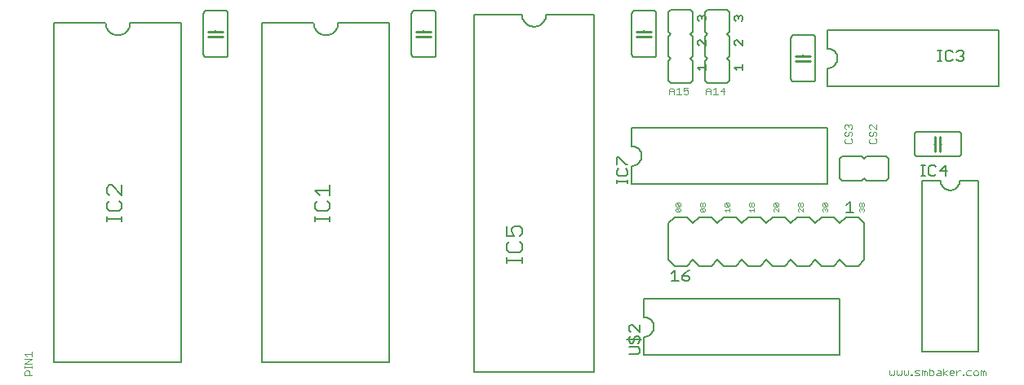
<source format=gto>
G75*
%MOIN*%
%OFA0B0*%
%FSLAX24Y24*%
%IPPOS*%
%LPD*%
%AMOC8*
5,1,8,0,0,1.08239X$1,22.5*
%
%ADD10C,0.0030*%
%ADD11C,0.0020*%
%ADD12C,0.0060*%
%ADD13C,0.0070*%
%ADD14C,0.0050*%
%ADD15C,0.0100*%
D10*
X000375Y002195D02*
X000375Y002340D01*
X000423Y002388D01*
X000520Y002388D01*
X000568Y002340D01*
X000568Y002195D01*
X000665Y002195D02*
X000375Y002195D01*
X000375Y002490D02*
X000375Y002586D01*
X000375Y002538D02*
X000665Y002538D01*
X000665Y002490D02*
X000665Y002586D01*
X000665Y002686D02*
X000375Y002686D01*
X000665Y002880D01*
X000375Y002880D01*
X000472Y002981D02*
X000375Y003077D01*
X000665Y003077D01*
X000665Y002981D02*
X000665Y003174D01*
X026695Y013695D02*
X026695Y013888D01*
X026792Y013985D01*
X026888Y013888D01*
X026888Y013695D01*
X026990Y013695D02*
X027183Y013695D01*
X027086Y013695D02*
X027086Y013985D01*
X026990Y013888D01*
X026888Y013840D02*
X026695Y013840D01*
X027284Y013840D02*
X027284Y013985D01*
X027478Y013985D01*
X027429Y013888D02*
X027478Y013840D01*
X027478Y013743D01*
X027429Y013695D01*
X027333Y013695D01*
X027284Y013743D01*
X027284Y013840D02*
X027381Y013888D01*
X027429Y013888D01*
X028195Y013888D02*
X028195Y013695D01*
X028195Y013840D02*
X028388Y013840D01*
X028388Y013888D02*
X028388Y013695D01*
X028490Y013695D02*
X028683Y013695D01*
X028586Y013695D02*
X028586Y013985D01*
X028490Y013888D01*
X028388Y013888D02*
X028292Y013985D01*
X028195Y013888D01*
X028784Y013840D02*
X028929Y013985D01*
X028929Y013695D01*
X028978Y013840D02*
X028784Y013840D01*
X033875Y012429D02*
X033923Y012478D01*
X033972Y012478D01*
X034020Y012429D01*
X034068Y012478D01*
X034117Y012478D01*
X034165Y012429D01*
X034165Y012333D01*
X034117Y012284D01*
X034117Y012183D02*
X034165Y012135D01*
X034165Y012038D01*
X034117Y011990D01*
X034117Y011888D02*
X034165Y011840D01*
X034165Y011743D01*
X034117Y011695D01*
X033923Y011695D01*
X033875Y011743D01*
X033875Y011840D01*
X033923Y011888D01*
X033923Y011990D02*
X033875Y012038D01*
X033875Y012135D01*
X033923Y012183D01*
X033923Y012284D02*
X033875Y012333D01*
X033875Y012429D01*
X034020Y012429D02*
X034020Y012381D01*
X034068Y012183D02*
X034117Y012183D01*
X034068Y012183D02*
X034020Y012135D01*
X034020Y012038D01*
X033972Y011990D01*
X033923Y011990D01*
X034875Y012038D02*
X034923Y011990D01*
X034972Y011990D01*
X035020Y012038D01*
X035020Y012135D01*
X035068Y012183D01*
X035117Y012183D01*
X035165Y012135D01*
X035165Y012038D01*
X035117Y011990D01*
X035117Y011888D02*
X035165Y011840D01*
X035165Y011743D01*
X035117Y011695D01*
X034923Y011695D01*
X034875Y011743D01*
X034875Y011840D01*
X034923Y011888D01*
X034875Y012038D02*
X034875Y012135D01*
X034923Y012183D01*
X034923Y012284D02*
X034875Y012333D01*
X034875Y012429D01*
X034923Y012478D01*
X034972Y012478D01*
X035165Y012284D01*
X035165Y012478D01*
X035695Y002388D02*
X035695Y002243D01*
X035743Y002195D01*
X035792Y002243D01*
X035840Y002195D01*
X035888Y002243D01*
X035888Y002388D01*
X035990Y002388D02*
X035990Y002243D01*
X036038Y002195D01*
X036086Y002243D01*
X036135Y002195D01*
X036183Y002243D01*
X036183Y002388D01*
X036284Y002388D02*
X036284Y002243D01*
X036333Y002195D01*
X036381Y002243D01*
X036429Y002195D01*
X036478Y002243D01*
X036478Y002388D01*
X036579Y002243D02*
X036627Y002243D01*
X036627Y002195D01*
X036579Y002195D01*
X036579Y002243D01*
X036726Y002195D02*
X036871Y002195D01*
X036920Y002243D01*
X036871Y002292D01*
X036775Y002292D01*
X036726Y002340D01*
X036775Y002388D01*
X036920Y002388D01*
X037021Y002388D02*
X037069Y002388D01*
X037118Y002340D01*
X037166Y002388D01*
X037214Y002340D01*
X037214Y002195D01*
X037118Y002195D02*
X037118Y002340D01*
X037021Y002388D02*
X037021Y002195D01*
X037316Y002195D02*
X037316Y002485D01*
X037316Y002388D02*
X037461Y002388D01*
X037509Y002340D01*
X037509Y002243D01*
X037461Y002195D01*
X037316Y002195D01*
X037610Y002243D02*
X037659Y002292D01*
X037804Y002292D01*
X037804Y002340D02*
X037804Y002195D01*
X037659Y002195D01*
X037610Y002243D01*
X037659Y002388D02*
X037755Y002388D01*
X037804Y002340D01*
X037905Y002292D02*
X038050Y002388D01*
X038150Y002340D02*
X038199Y002388D01*
X038296Y002388D01*
X038344Y002340D01*
X038344Y002292D01*
X038150Y002292D01*
X038150Y002340D02*
X038150Y002243D01*
X038199Y002195D01*
X038296Y002195D01*
X038445Y002195D02*
X038445Y002388D01*
X038445Y002292D02*
X038542Y002388D01*
X038590Y002388D01*
X038691Y002243D02*
X038739Y002243D01*
X038739Y002195D01*
X038691Y002195D01*
X038691Y002243D01*
X038838Y002243D02*
X038838Y002340D01*
X038886Y002388D01*
X039031Y002388D01*
X039133Y002340D02*
X039133Y002243D01*
X039181Y002195D01*
X039278Y002195D01*
X039326Y002243D01*
X039326Y002340D01*
X039278Y002388D01*
X039181Y002388D01*
X039133Y002340D01*
X039031Y002195D02*
X038886Y002195D01*
X038838Y002243D01*
X039427Y002195D02*
X039427Y002388D01*
X039476Y002388D01*
X039524Y002340D01*
X039572Y002388D01*
X039621Y002340D01*
X039621Y002195D01*
X039524Y002195D02*
X039524Y002340D01*
X038050Y002195D02*
X037905Y002292D01*
X037905Y002195D02*
X037905Y002485D01*
D11*
X034633Y008890D02*
X034670Y008927D01*
X034670Y009000D01*
X034633Y009037D01*
X034597Y009037D01*
X034560Y009000D01*
X034560Y008963D01*
X034560Y009000D02*
X034523Y009037D01*
X034487Y009037D01*
X034450Y009000D01*
X034450Y008927D01*
X034487Y008890D01*
X034487Y009111D02*
X034523Y009111D01*
X034560Y009148D01*
X034560Y009221D01*
X034597Y009258D01*
X034633Y009258D01*
X034670Y009221D01*
X034670Y009148D01*
X034633Y009111D01*
X034597Y009111D01*
X034560Y009148D01*
X034560Y009221D02*
X034523Y009258D01*
X034487Y009258D01*
X034450Y009221D01*
X034450Y009148D01*
X034487Y009111D01*
X033170Y009148D02*
X033133Y009111D01*
X032987Y009258D01*
X033133Y009258D01*
X033170Y009221D01*
X033170Y009148D01*
X033133Y009111D02*
X032987Y009111D01*
X032950Y009148D01*
X032950Y009221D01*
X032987Y009258D01*
X032987Y009037D02*
X033023Y009037D01*
X033060Y009000D01*
X033097Y009037D01*
X033133Y009037D01*
X033170Y009000D01*
X033170Y008927D01*
X033133Y008890D01*
X033060Y008963D02*
X033060Y009000D01*
X032987Y009037D02*
X032950Y009000D01*
X032950Y008927D01*
X032987Y008890D01*
X032170Y008890D02*
X032023Y009037D01*
X031987Y009037D01*
X031950Y009000D01*
X031950Y008927D01*
X031987Y008890D01*
X032170Y008890D02*
X032170Y009037D01*
X032133Y009111D02*
X032097Y009111D01*
X032060Y009148D01*
X032060Y009221D01*
X032097Y009258D01*
X032133Y009258D01*
X032170Y009221D01*
X032170Y009148D01*
X032133Y009111D01*
X032060Y009148D02*
X032023Y009111D01*
X031987Y009111D01*
X031950Y009148D01*
X031950Y009221D01*
X031987Y009258D01*
X032023Y009258D01*
X032060Y009221D01*
X031170Y009221D02*
X031170Y009148D01*
X031133Y009111D01*
X030987Y009258D01*
X031133Y009258D01*
X031170Y009221D01*
X031133Y009111D02*
X030987Y009111D01*
X030950Y009148D01*
X030950Y009221D01*
X030987Y009258D01*
X030987Y009037D02*
X030950Y009000D01*
X030950Y008927D01*
X030987Y008890D01*
X030987Y009037D02*
X031023Y009037D01*
X031170Y008890D01*
X031170Y009037D01*
X030170Y009037D02*
X030170Y008890D01*
X030170Y008963D02*
X029950Y008963D01*
X030023Y008890D01*
X030023Y009111D02*
X029987Y009111D01*
X029950Y009148D01*
X029950Y009221D01*
X029987Y009258D01*
X030023Y009258D01*
X030060Y009221D01*
X030060Y009148D01*
X030023Y009111D01*
X030060Y009148D02*
X030097Y009111D01*
X030133Y009111D01*
X030170Y009148D01*
X030170Y009221D01*
X030133Y009258D01*
X030097Y009258D01*
X030060Y009221D01*
X029170Y009221D02*
X029170Y009148D01*
X029133Y009111D01*
X028987Y009258D01*
X029133Y009258D01*
X029170Y009221D01*
X029133Y009111D02*
X028987Y009111D01*
X028950Y009148D01*
X028950Y009221D01*
X028987Y009258D01*
X029170Y009037D02*
X029170Y008890D01*
X029170Y008963D02*
X028950Y008963D01*
X029023Y008890D01*
X028170Y008927D02*
X028133Y008890D01*
X027987Y009037D01*
X028133Y009037D01*
X028170Y009000D01*
X028170Y008927D01*
X028133Y008890D02*
X027987Y008890D01*
X027950Y008927D01*
X027950Y009000D01*
X027987Y009037D01*
X027987Y009111D02*
X028023Y009111D01*
X028060Y009148D01*
X028060Y009221D01*
X028097Y009258D01*
X028133Y009258D01*
X028170Y009221D01*
X028170Y009148D01*
X028133Y009111D01*
X028097Y009111D01*
X028060Y009148D01*
X028060Y009221D02*
X028023Y009258D01*
X027987Y009258D01*
X027950Y009221D01*
X027950Y009148D01*
X027987Y009111D01*
X027170Y009148D02*
X027133Y009111D01*
X026987Y009258D01*
X027133Y009258D01*
X027170Y009221D01*
X027170Y009148D01*
X027133Y009111D02*
X026987Y009111D01*
X026950Y009148D01*
X026950Y009221D01*
X026987Y009258D01*
X026987Y009037D02*
X026950Y009000D01*
X026950Y008927D01*
X026987Y008890D01*
X027133Y008890D01*
X026987Y009037D01*
X027133Y009037D01*
X027170Y009000D01*
X027170Y008927D01*
X027133Y008890D01*
D12*
X026930Y008680D02*
X027430Y008680D01*
X027680Y008430D01*
X027930Y008680D01*
X028430Y008680D01*
X028680Y008430D01*
X028930Y008680D01*
X029430Y008680D01*
X029680Y008430D01*
X029930Y008680D01*
X030430Y008680D01*
X030680Y008430D01*
X030930Y008680D01*
X031430Y008680D01*
X031680Y008430D01*
X031930Y008680D01*
X032430Y008680D01*
X032680Y008430D01*
X032930Y008680D01*
X033430Y008680D01*
X033680Y008430D01*
X033930Y008680D01*
X034430Y008680D01*
X034680Y008430D01*
X034680Y006930D01*
X034430Y006680D01*
X033930Y006680D01*
X033680Y006930D01*
X033430Y006680D01*
X032930Y006680D01*
X032680Y006930D01*
X032430Y006680D01*
X031930Y006680D01*
X031680Y006930D01*
X031430Y006680D01*
X030930Y006680D01*
X030680Y006930D01*
X030430Y006680D01*
X029930Y006680D01*
X029680Y006930D01*
X029430Y006680D01*
X028930Y006680D01*
X028680Y006930D01*
X028430Y006680D01*
X027930Y006680D01*
X027680Y006930D01*
X027430Y006680D01*
X026930Y006680D01*
X026680Y006930D01*
X026680Y008430D01*
X026930Y008680D01*
X025180Y010030D02*
X025180Y010780D01*
X025219Y010782D01*
X025258Y010788D01*
X025296Y010797D01*
X025333Y010810D01*
X025369Y010827D01*
X025402Y010847D01*
X025434Y010871D01*
X025463Y010897D01*
X025489Y010926D01*
X025513Y010958D01*
X025533Y010991D01*
X025550Y011027D01*
X025563Y011064D01*
X025572Y011102D01*
X025578Y011141D01*
X025580Y011180D01*
X025578Y011219D01*
X025572Y011258D01*
X025563Y011296D01*
X025550Y011333D01*
X025533Y011369D01*
X025513Y011402D01*
X025489Y011434D01*
X025463Y011463D01*
X025434Y011489D01*
X025402Y011513D01*
X025369Y011533D01*
X025333Y011550D01*
X025296Y011563D01*
X025258Y011572D01*
X025219Y011578D01*
X025180Y011580D01*
X025180Y012330D01*
X033180Y012330D01*
X033180Y010030D01*
X025180Y010030D01*
X033680Y010280D02*
X033780Y010180D01*
X034580Y010180D01*
X034680Y010280D01*
X034780Y010180D01*
X035580Y010180D01*
X035680Y010280D01*
X035680Y011080D01*
X035580Y011180D01*
X034780Y011180D01*
X034680Y011080D01*
X034580Y011180D01*
X033780Y011180D01*
X033680Y011080D01*
X033680Y010280D01*
X036730Y011280D02*
X036730Y012080D01*
X036732Y012097D01*
X036736Y012114D01*
X036743Y012130D01*
X036753Y012144D01*
X036766Y012157D01*
X036780Y012167D01*
X036796Y012174D01*
X036813Y012178D01*
X036830Y012180D01*
X038530Y012180D01*
X038547Y012178D01*
X038564Y012174D01*
X038580Y012167D01*
X038594Y012157D01*
X038607Y012144D01*
X038617Y012130D01*
X038624Y012114D01*
X038628Y012097D01*
X038630Y012080D01*
X038630Y011280D01*
X038628Y011263D01*
X038624Y011246D01*
X038617Y011230D01*
X038607Y011216D01*
X038594Y011203D01*
X038580Y011193D01*
X038564Y011186D01*
X038547Y011182D01*
X038530Y011180D01*
X036830Y011180D01*
X036813Y011182D01*
X036796Y011186D01*
X036780Y011193D01*
X036766Y011203D01*
X036753Y011216D01*
X036743Y011230D01*
X036736Y011246D01*
X036732Y011263D01*
X036730Y011280D01*
X037530Y011680D02*
X037580Y011680D01*
X037780Y011680D02*
X037830Y011680D01*
X037780Y010180D02*
X037030Y010180D01*
X037030Y003180D01*
X039330Y003180D01*
X039330Y010180D01*
X038580Y010180D01*
X038578Y010141D01*
X038572Y010102D01*
X038563Y010064D01*
X038550Y010027D01*
X038533Y009991D01*
X038513Y009958D01*
X038489Y009926D01*
X038463Y009897D01*
X038434Y009871D01*
X038402Y009847D01*
X038369Y009827D01*
X038333Y009810D01*
X038296Y009797D01*
X038258Y009788D01*
X038219Y009782D01*
X038180Y009780D01*
X038141Y009782D01*
X038102Y009788D01*
X038064Y009797D01*
X038027Y009810D01*
X037991Y009827D01*
X037958Y009847D01*
X037926Y009871D01*
X037897Y009897D01*
X037871Y009926D01*
X037847Y009958D01*
X037827Y009991D01*
X037810Y010027D01*
X037797Y010064D01*
X037788Y010102D01*
X037782Y010141D01*
X037780Y010180D01*
X040180Y014030D02*
X033180Y014030D01*
X033180Y014780D01*
X033219Y014782D01*
X033258Y014788D01*
X033296Y014797D01*
X033333Y014810D01*
X033369Y014827D01*
X033402Y014847D01*
X033434Y014871D01*
X033463Y014897D01*
X033489Y014926D01*
X033513Y014958D01*
X033533Y014991D01*
X033550Y015027D01*
X033563Y015064D01*
X033572Y015102D01*
X033578Y015141D01*
X033580Y015180D01*
X033578Y015219D01*
X033572Y015258D01*
X033563Y015296D01*
X033550Y015333D01*
X033533Y015369D01*
X033513Y015402D01*
X033489Y015434D01*
X033463Y015463D01*
X033434Y015489D01*
X033402Y015513D01*
X033369Y015533D01*
X033333Y015550D01*
X033296Y015563D01*
X033258Y015572D01*
X033219Y015578D01*
X033180Y015580D01*
X033180Y016330D01*
X040180Y016330D01*
X040180Y014030D01*
X032680Y014330D02*
X032680Y016030D01*
X032678Y016047D01*
X032674Y016064D01*
X032667Y016080D01*
X032657Y016094D01*
X032644Y016107D01*
X032630Y016117D01*
X032614Y016124D01*
X032597Y016128D01*
X032580Y016130D01*
X031780Y016130D01*
X031763Y016128D01*
X031746Y016124D01*
X031730Y016117D01*
X031716Y016107D01*
X031703Y016094D01*
X031693Y016080D01*
X031686Y016064D01*
X031682Y016047D01*
X031680Y016030D01*
X031680Y014330D01*
X031682Y014313D01*
X031686Y014296D01*
X031693Y014280D01*
X031703Y014266D01*
X031716Y014253D01*
X031730Y014243D01*
X031746Y014236D01*
X031763Y014232D01*
X031780Y014230D01*
X032580Y014230D01*
X032597Y014232D01*
X032614Y014236D01*
X032630Y014243D01*
X032644Y014253D01*
X032657Y014266D01*
X032667Y014280D01*
X032674Y014296D01*
X032678Y014313D01*
X032680Y014330D01*
X032180Y015030D02*
X032180Y015080D01*
X032180Y015280D02*
X032180Y015330D01*
X029180Y015280D02*
X029080Y015180D01*
X029180Y015080D01*
X029180Y014280D01*
X029080Y014180D01*
X028280Y014180D01*
X028180Y014280D01*
X028180Y015080D01*
X028280Y015180D01*
X028180Y015280D01*
X028180Y016080D01*
X028280Y016180D01*
X028180Y016280D01*
X028180Y017080D01*
X028280Y017180D01*
X029080Y017180D01*
X029180Y017080D01*
X029180Y016280D01*
X029080Y016180D01*
X029180Y016080D01*
X029180Y015280D01*
X027680Y015280D02*
X027580Y015180D01*
X027680Y015080D01*
X027680Y014280D01*
X027580Y014180D01*
X026780Y014180D01*
X026680Y014280D01*
X026680Y015080D01*
X026780Y015180D01*
X026680Y015280D01*
X026680Y016080D01*
X026780Y016180D01*
X026680Y016280D01*
X026680Y017080D01*
X026780Y017180D01*
X027580Y017180D01*
X027680Y017080D01*
X027680Y016280D01*
X027580Y016180D01*
X027680Y016080D01*
X027680Y015280D01*
X026180Y015330D02*
X026180Y017030D01*
X026178Y017047D01*
X026174Y017064D01*
X026167Y017080D01*
X026157Y017094D01*
X026144Y017107D01*
X026130Y017117D01*
X026114Y017124D01*
X026097Y017128D01*
X026080Y017130D01*
X025280Y017130D01*
X025263Y017128D01*
X025246Y017124D01*
X025230Y017117D01*
X025216Y017107D01*
X025203Y017094D01*
X025193Y017080D01*
X025186Y017064D01*
X025182Y017047D01*
X025180Y017030D01*
X025180Y015330D01*
X025182Y015313D01*
X025186Y015296D01*
X025193Y015280D01*
X025203Y015266D01*
X025216Y015253D01*
X025230Y015243D01*
X025246Y015236D01*
X025263Y015232D01*
X025280Y015230D01*
X026080Y015230D01*
X026097Y015232D01*
X026114Y015236D01*
X026130Y015243D01*
X026144Y015253D01*
X026157Y015266D01*
X026167Y015280D01*
X026174Y015296D01*
X026178Y015313D01*
X026180Y015330D01*
X025680Y016030D02*
X025680Y016080D01*
X025680Y016280D02*
X025680Y016330D01*
X023630Y016980D02*
X023630Y002330D01*
X018730Y002330D01*
X018730Y016980D01*
X020680Y016980D01*
X020682Y016936D01*
X020688Y016893D01*
X020697Y016851D01*
X020710Y016809D01*
X020727Y016769D01*
X020747Y016730D01*
X020770Y016693D01*
X020797Y016659D01*
X020826Y016626D01*
X020859Y016597D01*
X020893Y016570D01*
X020930Y016547D01*
X020969Y016527D01*
X021009Y016510D01*
X021051Y016497D01*
X021093Y016488D01*
X021136Y016482D01*
X021180Y016480D01*
X021224Y016482D01*
X021267Y016488D01*
X021309Y016497D01*
X021351Y016510D01*
X021391Y016527D01*
X021430Y016547D01*
X021467Y016570D01*
X021501Y016597D01*
X021534Y016626D01*
X021563Y016659D01*
X021590Y016693D01*
X021613Y016730D01*
X021633Y016769D01*
X021650Y016809D01*
X021663Y016851D01*
X021672Y016893D01*
X021678Y016936D01*
X021680Y016980D01*
X023630Y016980D01*
X017180Y017030D02*
X017180Y015330D01*
X017178Y015313D01*
X017174Y015296D01*
X017167Y015280D01*
X017157Y015266D01*
X017144Y015253D01*
X017130Y015243D01*
X017114Y015236D01*
X017097Y015232D01*
X017080Y015230D01*
X016280Y015230D01*
X016263Y015232D01*
X016246Y015236D01*
X016230Y015243D01*
X016216Y015253D01*
X016203Y015266D01*
X016193Y015280D01*
X016186Y015296D01*
X016182Y015313D01*
X016180Y015330D01*
X016180Y017030D01*
X016182Y017047D01*
X016186Y017064D01*
X016193Y017080D01*
X016203Y017094D01*
X016216Y017107D01*
X016230Y017117D01*
X016246Y017124D01*
X016263Y017128D01*
X016280Y017130D01*
X017080Y017130D01*
X017097Y017128D01*
X017114Y017124D01*
X017130Y017117D01*
X017144Y017107D01*
X017157Y017094D01*
X017167Y017080D01*
X017174Y017064D01*
X017178Y017047D01*
X017180Y017030D01*
X016680Y016330D02*
X016680Y016280D01*
X016680Y016080D02*
X016680Y016030D01*
X015280Y016630D02*
X015280Y002730D01*
X010080Y002730D01*
X010080Y016630D01*
X012180Y016630D01*
X012182Y016586D01*
X012188Y016543D01*
X012197Y016501D01*
X012210Y016459D01*
X012227Y016419D01*
X012247Y016380D01*
X012270Y016343D01*
X012297Y016309D01*
X012326Y016276D01*
X012359Y016247D01*
X012393Y016220D01*
X012430Y016197D01*
X012469Y016177D01*
X012509Y016160D01*
X012551Y016147D01*
X012593Y016138D01*
X012636Y016132D01*
X012680Y016130D01*
X012724Y016132D01*
X012767Y016138D01*
X012809Y016147D01*
X012851Y016160D01*
X012891Y016177D01*
X012930Y016197D01*
X012967Y016220D01*
X013001Y016247D01*
X013034Y016276D01*
X013063Y016309D01*
X013090Y016343D01*
X013113Y016380D01*
X013133Y016419D01*
X013150Y016459D01*
X013163Y016501D01*
X013172Y016543D01*
X013178Y016586D01*
X013180Y016630D01*
X015280Y016630D01*
X008680Y017030D02*
X008680Y015330D01*
X008678Y015313D01*
X008674Y015296D01*
X008667Y015280D01*
X008657Y015266D01*
X008644Y015253D01*
X008630Y015243D01*
X008614Y015236D01*
X008597Y015232D01*
X008580Y015230D01*
X007780Y015230D01*
X007763Y015232D01*
X007746Y015236D01*
X007730Y015243D01*
X007716Y015253D01*
X007703Y015266D01*
X007693Y015280D01*
X007686Y015296D01*
X007682Y015313D01*
X007680Y015330D01*
X007680Y017030D01*
X007682Y017047D01*
X007686Y017064D01*
X007693Y017080D01*
X007703Y017094D01*
X007716Y017107D01*
X007730Y017117D01*
X007746Y017124D01*
X007763Y017128D01*
X007780Y017130D01*
X008580Y017130D01*
X008597Y017128D01*
X008614Y017124D01*
X008630Y017117D01*
X008644Y017107D01*
X008657Y017094D01*
X008667Y017080D01*
X008674Y017064D01*
X008678Y017047D01*
X008680Y017030D01*
X008180Y016330D02*
X008180Y016280D01*
X008180Y016080D02*
X008180Y016030D01*
X006780Y016630D02*
X006780Y002730D01*
X001580Y002730D01*
X001580Y016630D01*
X003680Y016630D01*
X003682Y016586D01*
X003688Y016543D01*
X003697Y016501D01*
X003710Y016459D01*
X003727Y016419D01*
X003747Y016380D01*
X003770Y016343D01*
X003797Y016309D01*
X003826Y016276D01*
X003859Y016247D01*
X003893Y016220D01*
X003930Y016197D01*
X003969Y016177D01*
X004009Y016160D01*
X004051Y016147D01*
X004093Y016138D01*
X004136Y016132D01*
X004180Y016130D01*
X004224Y016132D01*
X004267Y016138D01*
X004309Y016147D01*
X004351Y016160D01*
X004391Y016177D01*
X004430Y016197D01*
X004467Y016220D01*
X004501Y016247D01*
X004534Y016276D01*
X004563Y016309D01*
X004590Y016343D01*
X004613Y016380D01*
X004633Y016419D01*
X004650Y016459D01*
X004663Y016501D01*
X004672Y016543D01*
X004678Y016586D01*
X004680Y016630D01*
X006780Y016630D01*
X025680Y005330D02*
X025680Y004580D01*
X025719Y004578D01*
X025758Y004572D01*
X025796Y004563D01*
X025833Y004550D01*
X025869Y004533D01*
X025902Y004513D01*
X025934Y004489D01*
X025963Y004463D01*
X025989Y004434D01*
X026013Y004402D01*
X026033Y004369D01*
X026050Y004333D01*
X026063Y004296D01*
X026072Y004258D01*
X026078Y004219D01*
X026080Y004180D01*
X026078Y004141D01*
X026072Y004102D01*
X026063Y004064D01*
X026050Y004027D01*
X026033Y003991D01*
X026013Y003958D01*
X025989Y003926D01*
X025963Y003897D01*
X025934Y003871D01*
X025902Y003847D01*
X025869Y003827D01*
X025833Y003810D01*
X025796Y003797D01*
X025758Y003788D01*
X025719Y003782D01*
X025680Y003780D01*
X025680Y003030D01*
X033680Y003030D01*
X033680Y005330D01*
X025680Y005330D01*
D13*
X020695Y006815D02*
X020695Y007025D01*
X020695Y006920D02*
X020064Y006920D01*
X020064Y006815D02*
X020064Y007025D01*
X020170Y007245D02*
X020590Y007245D01*
X020695Y007350D01*
X020695Y007560D01*
X020590Y007665D01*
X020170Y007665D02*
X020064Y007560D01*
X020064Y007350D01*
X020170Y007245D01*
X020064Y007889D02*
X020380Y007889D01*
X020275Y008099D01*
X020275Y008205D01*
X020380Y008310D01*
X020590Y008310D01*
X020695Y008205D01*
X020695Y007994D01*
X020590Y007889D01*
X020064Y007889D02*
X020064Y008310D01*
X012845Y008496D02*
X012845Y008706D01*
X012845Y008601D02*
X012214Y008601D01*
X012214Y008496D02*
X012214Y008706D01*
X012320Y008926D02*
X012740Y008926D01*
X012845Y009031D01*
X012845Y009241D01*
X012740Y009346D01*
X012845Y009570D02*
X012845Y009991D01*
X012845Y009781D02*
X012214Y009781D01*
X012425Y009570D01*
X012320Y009346D02*
X012214Y009241D01*
X012214Y009031D01*
X012320Y008926D01*
X004345Y009031D02*
X004240Y008926D01*
X003820Y008926D01*
X003714Y009031D01*
X003714Y009241D01*
X003820Y009346D01*
X003820Y009570D02*
X003714Y009676D01*
X003714Y009886D01*
X003820Y009991D01*
X003925Y009991D01*
X004345Y009570D01*
X004345Y009991D01*
X004240Y009346D02*
X004345Y009241D01*
X004345Y009031D01*
X004345Y008706D02*
X004345Y008496D01*
X004345Y008601D02*
X003714Y008601D01*
X003714Y008496D02*
X003714Y008706D01*
D14*
X024555Y010055D02*
X024555Y010205D01*
X024555Y010130D02*
X025005Y010130D01*
X025005Y010055D02*
X025005Y010205D01*
X024930Y010362D02*
X024630Y010362D01*
X024555Y010437D01*
X024555Y010587D01*
X024630Y010662D01*
X024555Y010822D02*
X024555Y011123D01*
X024630Y011123D01*
X024930Y010822D01*
X025005Y010822D01*
X024930Y010662D02*
X025005Y010587D01*
X025005Y010437D01*
X024930Y010362D01*
X026934Y006505D02*
X026934Y006055D01*
X026784Y006055D02*
X027084Y006055D01*
X027245Y006130D02*
X027320Y006055D01*
X027470Y006055D01*
X027545Y006130D01*
X027545Y006205D01*
X027470Y006280D01*
X027245Y006280D01*
X027245Y006130D01*
X027245Y006280D02*
X027395Y006430D01*
X027545Y006505D01*
X026934Y006505D02*
X026784Y006355D01*
X025505Y004276D02*
X025505Y003976D01*
X025205Y004276D01*
X025130Y004276D01*
X025055Y004201D01*
X025055Y004051D01*
X025130Y003976D01*
X025130Y003816D02*
X025055Y003741D01*
X025055Y003590D01*
X025130Y003515D01*
X025205Y003515D01*
X025280Y003590D01*
X025280Y003741D01*
X025355Y003816D01*
X025430Y003816D01*
X025505Y003741D01*
X025505Y003590D01*
X025430Y003515D01*
X025430Y003355D02*
X025055Y003355D01*
X025055Y003055D02*
X025430Y003055D01*
X025505Y003130D01*
X025505Y003280D01*
X025430Y003355D01*
X025580Y003666D02*
X024980Y003666D01*
X033945Y008855D02*
X034245Y008855D01*
X034095Y008855D02*
X034095Y009305D01*
X033945Y009155D01*
X037005Y010355D02*
X037155Y010355D01*
X037080Y010355D02*
X037080Y010805D01*
X037005Y010805D02*
X037155Y010805D01*
X037312Y010730D02*
X037312Y010430D01*
X037387Y010355D01*
X037537Y010355D01*
X037612Y010430D01*
X037772Y010580D02*
X038073Y010580D01*
X037998Y010355D02*
X037998Y010805D01*
X037772Y010580D01*
X037612Y010730D02*
X037537Y010805D01*
X037387Y010805D01*
X037312Y010730D01*
X029705Y014705D02*
X029705Y014932D01*
X029705Y014818D02*
X029365Y014818D01*
X029478Y014705D01*
X028205Y014705D02*
X028205Y014932D01*
X028205Y014818D02*
X027865Y014818D01*
X027978Y014705D01*
X027921Y015705D02*
X027865Y015762D01*
X027865Y015875D01*
X027921Y015932D01*
X027978Y015932D01*
X028205Y015705D01*
X028205Y015932D01*
X029365Y015875D02*
X029365Y015762D01*
X029421Y015705D01*
X029365Y015875D02*
X029421Y015932D01*
X029478Y015932D01*
X029705Y015705D01*
X029705Y015932D01*
X029648Y016705D02*
X029705Y016762D01*
X029705Y016875D01*
X029648Y016932D01*
X029592Y016932D01*
X029535Y016875D01*
X029535Y016818D01*
X029535Y016875D02*
X029478Y016932D01*
X029421Y016932D01*
X029365Y016875D01*
X029365Y016762D01*
X029421Y016705D01*
X028205Y016762D02*
X028148Y016705D01*
X028205Y016762D02*
X028205Y016875D01*
X028148Y016932D01*
X028092Y016932D01*
X028035Y016875D01*
X028035Y016818D01*
X028035Y016875D02*
X027978Y016932D01*
X027921Y016932D01*
X027865Y016875D01*
X027865Y016762D01*
X027921Y016705D01*
X037677Y015505D02*
X037827Y015505D01*
X037752Y015505D02*
X037752Y015055D01*
X037677Y015055D02*
X037827Y015055D01*
X037984Y015130D02*
X038059Y015055D01*
X038209Y015055D01*
X038284Y015130D01*
X038445Y015130D02*
X038520Y015055D01*
X038670Y015055D01*
X038745Y015130D01*
X038745Y015205D01*
X038670Y015280D01*
X038595Y015280D01*
X038670Y015280D02*
X038745Y015355D01*
X038745Y015430D01*
X038670Y015505D01*
X038520Y015505D01*
X038445Y015430D01*
X038284Y015430D02*
X038209Y015505D01*
X038059Y015505D01*
X037984Y015430D01*
X037984Y015130D01*
D15*
X032480Y015080D02*
X032180Y015080D01*
X031880Y015080D01*
X031880Y015280D02*
X032180Y015280D01*
X032480Y015280D01*
X025980Y016080D02*
X025680Y016080D01*
X025380Y016080D01*
X025380Y016280D02*
X025680Y016280D01*
X025980Y016280D01*
X016980Y016280D02*
X016680Y016280D01*
X016380Y016280D01*
X016380Y016080D02*
X016680Y016080D01*
X016980Y016080D01*
X008480Y016080D02*
X008180Y016080D01*
X007880Y016080D01*
X007880Y016280D02*
X008180Y016280D01*
X008480Y016280D01*
X037580Y011980D02*
X037580Y011680D01*
X037580Y011380D01*
X037780Y011380D02*
X037780Y011680D01*
X037780Y011980D01*
M02*

</source>
